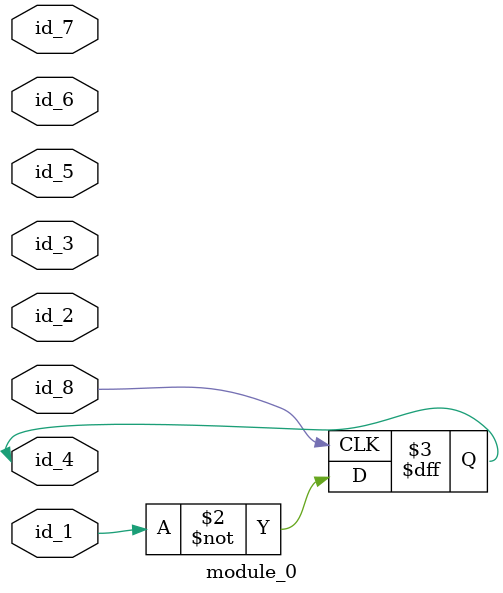
<source format=v>
module module_0 (
    id_1,
    id_2,
    id_3,
    id_4,
    id_5,
    id_6,
    id_7,
    id_8
);
  inout id_8;
  input id_7;
  inout id_6;
  input id_5;
  inout id_4;
  input id_3;
  input id_2;
  inout id_1;
  always @(posedge id_8) begin
    id_4 <= ~id_1;
  end
endmodule

</source>
